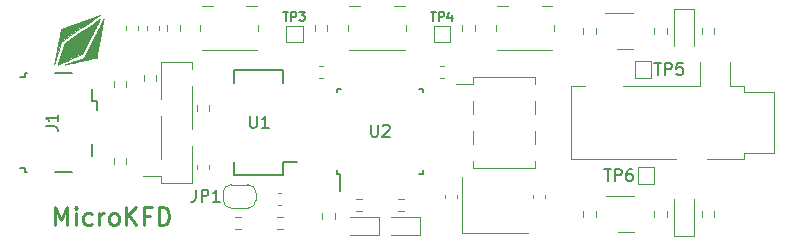
<source format=gbr>
%TF.GenerationSoftware,KiCad,Pcbnew,(6.0.7)*%
%TF.CreationDate,2023-01-18T14:59:31-05:00*%
%TF.ProjectId,microkfd,6d696372-6f6b-4666-942e-6b696361645f,E*%
%TF.SameCoordinates,Original*%
%TF.FileFunction,Legend,Top*%
%TF.FilePolarity,Positive*%
%FSLAX46Y46*%
G04 Gerber Fmt 4.6, Leading zero omitted, Abs format (unit mm)*
G04 Created by KiCad (PCBNEW (6.0.7)) date 2023-01-18 14:59:31*
%MOMM*%
%LPD*%
G01*
G04 APERTURE LIST*
%ADD10C,0.250000*%
%ADD11C,0.150000*%
%ADD12C,0.120000*%
%ADD13C,0.010000*%
G04 APERTURE END LIST*
D10*
X97769642Y-108678571D02*
X97769642Y-107178571D01*
X98269642Y-108250000D01*
X98769642Y-107178571D01*
X98769642Y-108678571D01*
X99483928Y-108678571D02*
X99483928Y-107678571D01*
X99483928Y-107178571D02*
X99412500Y-107250000D01*
X99483928Y-107321428D01*
X99555357Y-107250000D01*
X99483928Y-107178571D01*
X99483928Y-107321428D01*
X100841071Y-108607142D02*
X100698214Y-108678571D01*
X100412500Y-108678571D01*
X100269642Y-108607142D01*
X100198214Y-108535714D01*
X100126785Y-108392857D01*
X100126785Y-107964285D01*
X100198214Y-107821428D01*
X100269642Y-107750000D01*
X100412500Y-107678571D01*
X100698214Y-107678571D01*
X100841071Y-107750000D01*
X101483928Y-108678571D02*
X101483928Y-107678571D01*
X101483928Y-107964285D02*
X101555357Y-107821428D01*
X101626785Y-107750000D01*
X101769642Y-107678571D01*
X101912500Y-107678571D01*
X102626785Y-108678571D02*
X102483928Y-108607142D01*
X102412500Y-108535714D01*
X102341071Y-108392857D01*
X102341071Y-107964285D01*
X102412500Y-107821428D01*
X102483928Y-107750000D01*
X102626785Y-107678571D01*
X102841071Y-107678571D01*
X102983928Y-107750000D01*
X103055357Y-107821428D01*
X103126785Y-107964285D01*
X103126785Y-108392857D01*
X103055357Y-108535714D01*
X102983928Y-108607142D01*
X102841071Y-108678571D01*
X102626785Y-108678571D01*
X103769642Y-108678571D02*
X103769642Y-107178571D01*
X104626785Y-108678571D02*
X103983928Y-107821428D01*
X104626785Y-107178571D02*
X103769642Y-108035714D01*
X105769642Y-107892857D02*
X105269642Y-107892857D01*
X105269642Y-108678571D02*
X105269642Y-107178571D01*
X105983928Y-107178571D01*
X106555357Y-108678571D02*
X106555357Y-107178571D01*
X106912500Y-107178571D01*
X107126785Y-107250000D01*
X107269642Y-107392857D01*
X107341071Y-107535714D01*
X107412500Y-107821428D01*
X107412500Y-108035714D01*
X107341071Y-108321428D01*
X107269642Y-108464285D01*
X107126785Y-108607142D01*
X106912500Y-108678571D01*
X106555357Y-108678571D01*
D11*
%TO.C,U1*%
X114238095Y-99452380D02*
X114238095Y-100261904D01*
X114285714Y-100357142D01*
X114333333Y-100404761D01*
X114428571Y-100452380D01*
X114619047Y-100452380D01*
X114714285Y-100404761D01*
X114761904Y-100357142D01*
X114809523Y-100261904D01*
X114809523Y-99452380D01*
X115809523Y-100452380D02*
X115238095Y-100452380D01*
X115523809Y-100452380D02*
X115523809Y-99452380D01*
X115428571Y-99595238D01*
X115333333Y-99690476D01*
X115238095Y-99738095D01*
%TO.C,TP5*%
X148488095Y-94952380D02*
X149059523Y-94952380D01*
X148773809Y-95952380D02*
X148773809Y-94952380D01*
X149392857Y-95952380D02*
X149392857Y-94952380D01*
X149773809Y-94952380D01*
X149869047Y-95000000D01*
X149916666Y-95047619D01*
X149964285Y-95142857D01*
X149964285Y-95285714D01*
X149916666Y-95380952D01*
X149869047Y-95428571D01*
X149773809Y-95476190D01*
X149392857Y-95476190D01*
X150869047Y-94952380D02*
X150392857Y-94952380D01*
X150345238Y-95428571D01*
X150392857Y-95380952D01*
X150488095Y-95333333D01*
X150726190Y-95333333D01*
X150821428Y-95380952D01*
X150869047Y-95428571D01*
X150916666Y-95523809D01*
X150916666Y-95761904D01*
X150869047Y-95857142D01*
X150821428Y-95904761D01*
X150726190Y-95952380D01*
X150488095Y-95952380D01*
X150392857Y-95904761D01*
X150345238Y-95857142D01*
%TO.C,TP6*%
X144238095Y-103952380D02*
X144809523Y-103952380D01*
X144523809Y-104952380D02*
X144523809Y-103952380D01*
X145142857Y-104952380D02*
X145142857Y-103952380D01*
X145523809Y-103952380D01*
X145619047Y-104000000D01*
X145666666Y-104047619D01*
X145714285Y-104142857D01*
X145714285Y-104285714D01*
X145666666Y-104380952D01*
X145619047Y-104428571D01*
X145523809Y-104476190D01*
X145142857Y-104476190D01*
X146571428Y-103952380D02*
X146380952Y-103952380D01*
X146285714Y-104000000D01*
X146238095Y-104047619D01*
X146142857Y-104190476D01*
X146095238Y-104380952D01*
X146095238Y-104761904D01*
X146142857Y-104857142D01*
X146190476Y-104904761D01*
X146285714Y-104952380D01*
X146476190Y-104952380D01*
X146571428Y-104904761D01*
X146619047Y-104857142D01*
X146666666Y-104761904D01*
X146666666Y-104523809D01*
X146619047Y-104428571D01*
X146571428Y-104380952D01*
X146476190Y-104333333D01*
X146285714Y-104333333D01*
X146190476Y-104380952D01*
X146142857Y-104428571D01*
X146095238Y-104523809D01*
%TO.C,TP4*%
X129553571Y-90641285D02*
X129982142Y-90641285D01*
X129767857Y-91391285D02*
X129767857Y-90641285D01*
X130232142Y-91391285D02*
X130232142Y-90641285D01*
X130517857Y-90641285D01*
X130589285Y-90677000D01*
X130625000Y-90712714D01*
X130660714Y-90784142D01*
X130660714Y-90891285D01*
X130625000Y-90962714D01*
X130589285Y-90998428D01*
X130517857Y-91034142D01*
X130232142Y-91034142D01*
X131303571Y-90891285D02*
X131303571Y-91391285D01*
X131125000Y-90605571D02*
X130946428Y-91141285D01*
X131410714Y-91141285D01*
%TO.C,U2*%
X124488095Y-100202380D02*
X124488095Y-101011904D01*
X124535714Y-101107142D01*
X124583333Y-101154761D01*
X124678571Y-101202380D01*
X124869047Y-101202380D01*
X124964285Y-101154761D01*
X125011904Y-101107142D01*
X125059523Y-101011904D01*
X125059523Y-100202380D01*
X125488095Y-100297619D02*
X125535714Y-100250000D01*
X125630952Y-100202380D01*
X125869047Y-100202380D01*
X125964285Y-100250000D01*
X126011904Y-100297619D01*
X126059523Y-100392857D01*
X126059523Y-100488095D01*
X126011904Y-100630952D01*
X125440476Y-101202380D01*
X126059523Y-101202380D01*
%TO.C,J1*%
X96952380Y-100333333D02*
X97666666Y-100333333D01*
X97809523Y-100380952D01*
X97904761Y-100476190D01*
X97952380Y-100619047D01*
X97952380Y-100714285D01*
X97952380Y-99333333D02*
X97952380Y-99904761D01*
X97952380Y-99619047D02*
X96952380Y-99619047D01*
X97095238Y-99714285D01*
X97190476Y-99809523D01*
X97238095Y-99904761D01*
%TO.C,TP3*%
X117053571Y-90641285D02*
X117482142Y-90641285D01*
X117267857Y-91391285D02*
X117267857Y-90641285D01*
X117732142Y-91391285D02*
X117732142Y-90641285D01*
X118017857Y-90641285D01*
X118089285Y-90677000D01*
X118125000Y-90712714D01*
X118160714Y-90784142D01*
X118160714Y-90891285D01*
X118125000Y-90962714D01*
X118089285Y-90998428D01*
X118017857Y-91034142D01*
X117732142Y-91034142D01*
X118410714Y-90641285D02*
X118875000Y-90641285D01*
X118625000Y-90927000D01*
X118732142Y-90927000D01*
X118803571Y-90962714D01*
X118839285Y-90998428D01*
X118875000Y-91069857D01*
X118875000Y-91248428D01*
X118839285Y-91319857D01*
X118803571Y-91355571D01*
X118732142Y-91391285D01*
X118517857Y-91391285D01*
X118446428Y-91355571D01*
X118410714Y-91319857D01*
%TO.C,JP1*%
X109666666Y-105702380D02*
X109666666Y-106416666D01*
X109619047Y-106559523D01*
X109523809Y-106654761D01*
X109380952Y-106702380D01*
X109285714Y-106702380D01*
X110142857Y-106702380D02*
X110142857Y-105702380D01*
X110523809Y-105702380D01*
X110619047Y-105750000D01*
X110666666Y-105797619D01*
X110714285Y-105892857D01*
X110714285Y-106035714D01*
X110666666Y-106130952D01*
X110619047Y-106178571D01*
X110523809Y-106226190D01*
X110142857Y-106226190D01*
X111666666Y-106702380D02*
X111095238Y-106702380D01*
X111380952Y-106702380D02*
X111380952Y-105702380D01*
X111285714Y-105845238D01*
X111190476Y-105940476D01*
X111095238Y-105988095D01*
D12*
%TO.C,D2*%
X126200000Y-109485000D02*
X128660000Y-109485000D01*
X128660000Y-109485000D02*
X128660000Y-108015000D01*
X128660000Y-108015000D02*
X126200000Y-108015000D01*
%TO.C,Q2*%
X146062500Y-109310000D02*
X146712500Y-109310000D01*
X146062500Y-106190000D02*
X144387500Y-106190000D01*
X146062500Y-106190000D02*
X146712500Y-106190000D01*
X146062500Y-109310000D02*
X145412500Y-109310000D01*
%TO.C,C10*%
X138240000Y-106396267D02*
X138240000Y-106103733D01*
X139260000Y-106396267D02*
X139260000Y-106103733D01*
D11*
%TO.C,U1*%
X117075000Y-104475000D02*
X112925000Y-104475000D01*
X117075000Y-103365000D02*
X117075000Y-104475000D01*
X112925000Y-104475000D02*
X112925000Y-103365000D01*
X117075000Y-103365000D02*
X118200000Y-103365000D01*
X117075000Y-95525000D02*
X117075000Y-96635000D01*
X112925000Y-95525000D02*
X112925000Y-96635000D01*
X117075000Y-95525000D02*
X112925000Y-95525000D01*
D12*
%TO.C,R5*%
X105227500Y-96504724D02*
X105227500Y-95995276D01*
X106272500Y-96504724D02*
X106272500Y-95995276D01*
%TO.C,R7*%
X116495276Y-109022500D02*
X117004724Y-109022500D01*
X116495276Y-107977500D02*
X117004724Y-107977500D01*
%TO.C,R16*%
X120772500Y-91745276D02*
X120772500Y-92254724D01*
X119727500Y-91745276D02*
X119727500Y-92254724D01*
%TO.C,C7*%
X120103733Y-96260000D02*
X120396267Y-96260000D01*
X120103733Y-95240000D02*
X120396267Y-95240000D01*
%TO.C,TP5*%
X148200000Y-94800000D02*
X148200000Y-96200000D01*
X146800000Y-96200000D02*
X146800000Y-94800000D01*
X148200000Y-96200000D02*
X146800000Y-96200000D01*
X146800000Y-94800000D02*
X148200000Y-94800000D01*
%TO.C,R4*%
X109727500Y-98495276D02*
X109727500Y-99004724D01*
X110772500Y-98495276D02*
X110772500Y-99004724D01*
%TO.C,R13*%
X143522500Y-107495276D02*
X143522500Y-108004724D01*
X142477500Y-107495276D02*
X142477500Y-108004724D01*
%TO.C,TP6*%
X148450000Y-105200000D02*
X147050000Y-105200000D01*
X147050000Y-105200000D02*
X147050000Y-103800000D01*
X148450000Y-103800000D02*
X148450000Y-105200000D01*
X147050000Y-103800000D02*
X148450000Y-103800000D01*
%TO.C,R9*%
X126745276Y-106477500D02*
X127254724Y-106477500D01*
X126745276Y-107522500D02*
X127254724Y-107522500D01*
%TO.C,C5*%
X109740000Y-103603733D02*
X109740000Y-103896267D01*
X110760000Y-103603733D02*
X110760000Y-103896267D01*
%TO.C,R2*%
X102727500Y-102995276D02*
X102727500Y-103504724D01*
X103772500Y-102995276D02*
X103772500Y-103504724D01*
%TO.C,TP4*%
X129800000Y-91800000D02*
X131200000Y-91800000D01*
X131200000Y-91800000D02*
X131200000Y-93200000D01*
X129800000Y-93200000D02*
X129800000Y-91800000D01*
X131200000Y-93200000D02*
X129800000Y-93200000D01*
%TO.C,J3*%
X109330000Y-94860000D02*
X106670000Y-94860000D01*
X109330000Y-100510000D02*
X109330000Y-96950000D01*
X109330000Y-95430000D02*
X109330000Y-94860000D01*
X106670000Y-105140000D02*
X106670000Y-104570000D01*
X109330000Y-105140000D02*
X106670000Y-105140000D01*
X106670000Y-103050000D02*
X106670000Y-99490000D01*
X106670000Y-97970000D02*
X106670000Y-94860000D01*
X109330000Y-105140000D02*
X109330000Y-102030000D01*
X106670000Y-104570000D02*
X105150000Y-104570000D01*
%TO.C,Y1*%
X132200000Y-109350000D02*
X137800000Y-109350000D01*
X132200000Y-104650000D02*
X132200000Y-109350000D01*
%TO.C,J4*%
X154900000Y-96900000D02*
X154900000Y-94900000D01*
X141400000Y-103100000D02*
X141400000Y-96900000D01*
X156100000Y-97400000D02*
X158600000Y-97400000D01*
X156100000Y-102600000D02*
X156100000Y-103100000D01*
X150300000Y-103100000D02*
X141400000Y-103100000D01*
X141400000Y-96900000D02*
X142600000Y-96900000D01*
X152300000Y-96900000D02*
X152300000Y-94900000D01*
X154900000Y-96900000D02*
X156100000Y-96900000D01*
X156100000Y-103100000D02*
X152900000Y-103100000D01*
X158600000Y-102600000D02*
X156100000Y-102600000D01*
X156100000Y-96900000D02*
X156100000Y-97400000D01*
X158600000Y-97400000D02*
X158600000Y-102600000D01*
X145800000Y-96900000D02*
X152300000Y-96900000D01*
%TO.C,D1*%
X125160000Y-109485000D02*
X125160000Y-108015000D01*
X122700000Y-109485000D02*
X125160000Y-109485000D01*
X125160000Y-108015000D02*
X122700000Y-108015000D01*
%TO.C,C8*%
X130646267Y-95240000D02*
X130353733Y-95240000D01*
X130646267Y-96260000D02*
X130353733Y-96260000D01*
D11*
%TO.C,U2*%
X128875000Y-104375000D02*
X128875000Y-104050000D01*
X121625000Y-104375000D02*
X121850000Y-104375000D01*
X128875000Y-104375000D02*
X128550000Y-104375000D01*
X121850000Y-104375000D02*
X121850000Y-105800000D01*
X128875000Y-97125000D02*
X128875000Y-97450000D01*
X128875000Y-97125000D02*
X128550000Y-97125000D01*
X121625000Y-97125000D02*
X121950000Y-97125000D01*
X121625000Y-104375000D02*
X121625000Y-104050000D01*
X121625000Y-97125000D02*
X121625000Y-97450000D01*
D12*
%TO.C,C2*%
X105490000Y-92146267D02*
X105490000Y-91853733D01*
X106510000Y-92146267D02*
X106510000Y-91853733D01*
D11*
%TO.C,J1*%
X100900000Y-101800000D02*
X100900000Y-102800000D01*
X94750000Y-103850000D02*
X95200000Y-103850000D01*
X95200000Y-104150000D02*
X95350000Y-104150000D01*
X99150000Y-95850000D02*
X97750000Y-95850000D01*
X95350000Y-95850000D02*
X95200000Y-95850000D01*
X97750000Y-104150000D02*
X99150000Y-104150000D01*
X101325000Y-98200000D02*
X100900000Y-98200000D01*
X100900000Y-98200000D02*
X100900000Y-97200000D01*
X95200000Y-103850000D02*
X95200000Y-104150000D01*
X101325000Y-98925000D02*
X101325000Y-98200000D01*
X95200000Y-96150000D02*
X94750000Y-96150000D01*
X95200000Y-95850000D02*
X95200000Y-96150000D01*
D12*
%TO.C,R14*%
X149522500Y-91995276D02*
X149522500Y-92504724D01*
X148477500Y-91995276D02*
X148477500Y-92504724D01*
%TO.C,TP3*%
X117300000Y-93200000D02*
X117300000Y-91800000D01*
X118700000Y-91800000D02*
X118700000Y-93200000D01*
X117300000Y-91800000D02*
X118700000Y-91800000D01*
X118700000Y-93200000D02*
X117300000Y-93200000D01*
%TO.C,JP1*%
X112650000Y-105250000D02*
X114050000Y-105250000D01*
X114050000Y-107250000D02*
X112650000Y-107250000D01*
X114750000Y-105950000D02*
X114750000Y-106550000D01*
X111950000Y-106550000D02*
X111950000Y-105950000D01*
X114750000Y-105950000D02*
G75*
G03*
X114050000Y-105250000I-700000J0D01*
G01*
X112650000Y-105250000D02*
G75*
G03*
X111950000Y-105950000I-1J-699999D01*
G01*
X114050000Y-107250000D02*
G75*
G03*
X114750000Y-106550000I0J700000D01*
G01*
X111950000Y-106550000D02*
G75*
G03*
X112650000Y-107250000I699999J-1D01*
G01*
%TO.C,SW1*%
X136075000Y-90150000D02*
X135150000Y-90150000D01*
X139850000Y-90150000D02*
X138925000Y-90150000D01*
X139950000Y-92275000D02*
X139950000Y-91725000D01*
X139850000Y-93850000D02*
X135150000Y-93850000D01*
X135050000Y-92275000D02*
X135050000Y-91725000D01*
%TO.C,C4*%
X103740000Y-92146267D02*
X103740000Y-91853733D01*
X104760000Y-92146267D02*
X104760000Y-91853733D01*
%TO.C,R8*%
X123245276Y-107522500D02*
X123754724Y-107522500D01*
X123245276Y-106477500D02*
X123754724Y-106477500D01*
%TO.C,G\u002A\u002A\u002A*%
G36*
X101541273Y-91214170D02*
G01*
X101530945Y-91235672D01*
X101513950Y-91270462D01*
X101490629Y-91317853D01*
X101461327Y-91377154D01*
X101426385Y-91447676D01*
X101386148Y-91528730D01*
X101340957Y-91619627D01*
X101291157Y-91719677D01*
X101237090Y-91828191D01*
X101179099Y-91944480D01*
X101117527Y-92067854D01*
X101052718Y-92197624D01*
X100985014Y-92333101D01*
X100914758Y-92473595D01*
X100842293Y-92618416D01*
X100798547Y-92705803D01*
X100049451Y-94201906D01*
X99003424Y-94650823D01*
X98879093Y-94704177D01*
X98758945Y-94755727D01*
X98643837Y-94805107D01*
X98534628Y-94851947D01*
X98432179Y-94895880D01*
X98337347Y-94936536D01*
X98250992Y-94973549D01*
X98173974Y-95006550D01*
X98107150Y-95035171D01*
X98051381Y-95059043D01*
X98007525Y-95077798D01*
X97976441Y-95091069D01*
X97958989Y-95098486D01*
X97955346Y-95099999D01*
X97953295Y-95094223D01*
X97953294Y-95094077D01*
X97955837Y-95085638D01*
X97963246Y-95062616D01*
X97975199Y-95025990D01*
X97991371Y-94976742D01*
X98011437Y-94915853D01*
X98035073Y-94844304D01*
X98061954Y-94763076D01*
X98091755Y-94673150D01*
X98124153Y-94575507D01*
X98158823Y-94471128D01*
X98195439Y-94360994D01*
X98233679Y-94246085D01*
X98251132Y-94193673D01*
X98548970Y-93299451D01*
X100045253Y-92251522D01*
X100186078Y-92152918D01*
X100323339Y-92056853D01*
X100456433Y-91963751D01*
X100584754Y-91874031D01*
X100707699Y-91788114D01*
X100824663Y-91706423D01*
X100935043Y-91629377D01*
X101038233Y-91557398D01*
X101133629Y-91490907D01*
X101220629Y-91430326D01*
X101298626Y-91376074D01*
X101367017Y-91328574D01*
X101425198Y-91288247D01*
X101472564Y-91255512D01*
X101508511Y-91230793D01*
X101532436Y-91214509D01*
X101543733Y-91207081D01*
X101544589Y-91206648D01*
X101541273Y-91214170D01*
G37*
D13*
X101541273Y-91214170D02*
X101530945Y-91235672D01*
X101513950Y-91270462D01*
X101490629Y-91317853D01*
X101461327Y-91377154D01*
X101426385Y-91447676D01*
X101386148Y-91528730D01*
X101340957Y-91619627D01*
X101291157Y-91719677D01*
X101237090Y-91828191D01*
X101179099Y-91944480D01*
X101117527Y-92067854D01*
X101052718Y-92197624D01*
X100985014Y-92333101D01*
X100914758Y-92473595D01*
X100842293Y-92618416D01*
X100798547Y-92705803D01*
X100049451Y-94201906D01*
X99003424Y-94650823D01*
X98879093Y-94704177D01*
X98758945Y-94755727D01*
X98643837Y-94805107D01*
X98534628Y-94851947D01*
X98432179Y-94895880D01*
X98337347Y-94936536D01*
X98250992Y-94973549D01*
X98173974Y-95006550D01*
X98107150Y-95035171D01*
X98051381Y-95059043D01*
X98007525Y-95077798D01*
X97976441Y-95091069D01*
X97958989Y-95098486D01*
X97955346Y-95099999D01*
X97953295Y-95094223D01*
X97953294Y-95094077D01*
X97955837Y-95085638D01*
X97963246Y-95062616D01*
X97975199Y-95025990D01*
X97991371Y-94976742D01*
X98011437Y-94915853D01*
X98035073Y-94844304D01*
X98061954Y-94763076D01*
X98091755Y-94673150D01*
X98124153Y-94575507D01*
X98158823Y-94471128D01*
X98195439Y-94360994D01*
X98233679Y-94246085D01*
X98251132Y-94193673D01*
X98548970Y-93299451D01*
X100045253Y-92251522D01*
X100186078Y-92152918D01*
X100323339Y-92056853D01*
X100456433Y-91963751D01*
X100584754Y-91874031D01*
X100707699Y-91788114D01*
X100824663Y-91706423D01*
X100935043Y-91629377D01*
X101038233Y-91557398D01*
X101133629Y-91490907D01*
X101220629Y-91430326D01*
X101298626Y-91376074D01*
X101367017Y-91328574D01*
X101425198Y-91288247D01*
X101472564Y-91255512D01*
X101508511Y-91230793D01*
X101532436Y-91214509D01*
X101543733Y-91207081D01*
X101544589Y-91206648D01*
X101541273Y-91214170D01*
G36*
X101538764Y-90908484D02*
G01*
X101537361Y-90909953D01*
X101529450Y-90915448D01*
X101508570Y-90929781D01*
X101475313Y-90952548D01*
X101430269Y-90983347D01*
X101374028Y-91021775D01*
X101307181Y-91067428D01*
X101230318Y-91119904D01*
X101144031Y-91178800D01*
X101048909Y-91243713D01*
X100945544Y-91314239D01*
X100834525Y-91389976D01*
X100716444Y-91470521D01*
X100591890Y-91555471D01*
X100461455Y-91644422D01*
X100325730Y-91736972D01*
X100185304Y-91832719D01*
X100040768Y-91931258D01*
X99892713Y-92032187D01*
X99887232Y-92035923D01*
X98250549Y-93151595D01*
X97954705Y-94111569D01*
X97917351Y-94232701D01*
X97881353Y-94349281D01*
X97847004Y-94460372D01*
X97814595Y-94565035D01*
X97784420Y-94662333D01*
X97756769Y-94751328D01*
X97731935Y-94831081D01*
X97710210Y-94900654D01*
X97691885Y-94959110D01*
X97677254Y-95005510D01*
X97666607Y-95038917D01*
X97660238Y-95058392D01*
X97658403Y-95063275D01*
X97659925Y-95054320D01*
X97664482Y-95030288D01*
X97671879Y-94992149D01*
X97681924Y-94940873D01*
X97694421Y-94877430D01*
X97709176Y-94802791D01*
X97725995Y-94717925D01*
X97744684Y-94623803D01*
X97765048Y-94521395D01*
X97786894Y-94411671D01*
X97810027Y-94295602D01*
X97834253Y-94174157D01*
X97859378Y-94048307D01*
X97885207Y-93919021D01*
X97911547Y-93787271D01*
X97938202Y-93654025D01*
X97964980Y-93520256D01*
X97991685Y-93386931D01*
X98018124Y-93255022D01*
X98044101Y-93125500D01*
X98069424Y-92999333D01*
X98093898Y-92877492D01*
X98117328Y-92760948D01*
X98139521Y-92650670D01*
X98160282Y-92547629D01*
X98179417Y-92452795D01*
X98196732Y-92367138D01*
X98212032Y-92291629D01*
X98225123Y-92227236D01*
X98235812Y-92174931D01*
X98243904Y-92135684D01*
X98249204Y-92110465D01*
X98251519Y-92100244D01*
X98251589Y-92100068D01*
X98259405Y-92097068D01*
X98281773Y-92088779D01*
X98317824Y-92075518D01*
X98366687Y-92057602D01*
X98427494Y-92035346D01*
X98499375Y-92009067D01*
X98581462Y-91979083D01*
X98672883Y-91945708D01*
X98772771Y-91909261D01*
X98880256Y-91870057D01*
X98994468Y-91828414D01*
X99114538Y-91784646D01*
X99239597Y-91739072D01*
X99368775Y-91692007D01*
X99501203Y-91643768D01*
X99636012Y-91594671D01*
X99772331Y-91545034D01*
X99909293Y-91495172D01*
X100046027Y-91445402D01*
X100181663Y-91396041D01*
X100315334Y-91347405D01*
X100446168Y-91299811D01*
X100573298Y-91253574D01*
X100695853Y-91209013D01*
X100812964Y-91166442D01*
X100923762Y-91126179D01*
X101027377Y-91088541D01*
X101122941Y-91053843D01*
X101209582Y-91022402D01*
X101286433Y-90994535D01*
X101352624Y-90970558D01*
X101407286Y-90950788D01*
X101449548Y-90935542D01*
X101478542Y-90925135D01*
X101489276Y-90921322D01*
X101515771Y-90912604D01*
X101533150Y-90908116D01*
X101538764Y-90908484D01*
G37*
X101538764Y-90908484D02*
X101537361Y-90909953D01*
X101529450Y-90915448D01*
X101508570Y-90929781D01*
X101475313Y-90952548D01*
X101430269Y-90983347D01*
X101374028Y-91021775D01*
X101307181Y-91067428D01*
X101230318Y-91119904D01*
X101144031Y-91178800D01*
X101048909Y-91243713D01*
X100945544Y-91314239D01*
X100834525Y-91389976D01*
X100716444Y-91470521D01*
X100591890Y-91555471D01*
X100461455Y-91644422D01*
X100325730Y-91736972D01*
X100185304Y-91832719D01*
X100040768Y-91931258D01*
X99892713Y-92032187D01*
X99887232Y-92035923D01*
X98250549Y-93151595D01*
X97954705Y-94111569D01*
X97917351Y-94232701D01*
X97881353Y-94349281D01*
X97847004Y-94460372D01*
X97814595Y-94565035D01*
X97784420Y-94662333D01*
X97756769Y-94751328D01*
X97731935Y-94831081D01*
X97710210Y-94900654D01*
X97691885Y-94959110D01*
X97677254Y-95005510D01*
X97666607Y-95038917D01*
X97660238Y-95058392D01*
X97658403Y-95063275D01*
X97659925Y-95054320D01*
X97664482Y-95030288D01*
X97671879Y-94992149D01*
X97681924Y-94940873D01*
X97694421Y-94877430D01*
X97709176Y-94802791D01*
X97725995Y-94717925D01*
X97744684Y-94623803D01*
X97765048Y-94521395D01*
X97786894Y-94411671D01*
X97810027Y-94295602D01*
X97834253Y-94174157D01*
X97859378Y-94048307D01*
X97885207Y-93919021D01*
X97911547Y-93787271D01*
X97938202Y-93654025D01*
X97964980Y-93520256D01*
X97991685Y-93386931D01*
X98018124Y-93255022D01*
X98044101Y-93125500D01*
X98069424Y-92999333D01*
X98093898Y-92877492D01*
X98117328Y-92760948D01*
X98139521Y-92650670D01*
X98160282Y-92547629D01*
X98179417Y-92452795D01*
X98196732Y-92367138D01*
X98212032Y-92291629D01*
X98225123Y-92227236D01*
X98235812Y-92174931D01*
X98243904Y-92135684D01*
X98249204Y-92110465D01*
X98251519Y-92100244D01*
X98251589Y-92100068D01*
X98259405Y-92097068D01*
X98281773Y-92088779D01*
X98317824Y-92075518D01*
X98366687Y-92057602D01*
X98427494Y-92035346D01*
X98499375Y-92009067D01*
X98581462Y-91979083D01*
X98672883Y-91945708D01*
X98772771Y-91909261D01*
X98880256Y-91870057D01*
X98994468Y-91828414D01*
X99114538Y-91784646D01*
X99239597Y-91739072D01*
X99368775Y-91692007D01*
X99501203Y-91643768D01*
X99636012Y-91594671D01*
X99772331Y-91545034D01*
X99909293Y-91495172D01*
X100046027Y-91445402D01*
X100181663Y-91396041D01*
X100315334Y-91347405D01*
X100446168Y-91299811D01*
X100573298Y-91253574D01*
X100695853Y-91209013D01*
X100812964Y-91166442D01*
X100923762Y-91126179D01*
X101027377Y-91088541D01*
X101122941Y-91053843D01*
X101209582Y-91022402D01*
X101286433Y-90994535D01*
X101352624Y-90970558D01*
X101407286Y-90950788D01*
X101449548Y-90935542D01*
X101478542Y-90925135D01*
X101489276Y-90921322D01*
X101515771Y-90912604D01*
X101533150Y-90908116D01*
X101538764Y-90908484D01*
G36*
X101846703Y-91214575D02*
G01*
X101842746Y-91237989D01*
X101836167Y-91275695D01*
X101827136Y-91326767D01*
X101815820Y-91390284D01*
X101802387Y-91465319D01*
X101787006Y-91550950D01*
X101769846Y-91646253D01*
X101751073Y-91750302D01*
X101730858Y-91862175D01*
X101709366Y-91980947D01*
X101686768Y-92105695D01*
X101663231Y-92235494D01*
X101638924Y-92369419D01*
X101614014Y-92506548D01*
X101588670Y-92645957D01*
X101563061Y-92786720D01*
X101537353Y-92927914D01*
X101511716Y-93068616D01*
X101486319Y-93207900D01*
X101461328Y-93344844D01*
X101436912Y-93478522D01*
X101413240Y-93608012D01*
X101390480Y-93732388D01*
X101368800Y-93850728D01*
X101348368Y-93962106D01*
X101329353Y-94065599D01*
X101311922Y-94160283D01*
X101296244Y-94245234D01*
X101282487Y-94319527D01*
X101270820Y-94382240D01*
X101261411Y-94432447D01*
X101254427Y-94469225D01*
X101250037Y-94491649D01*
X101248432Y-94498811D01*
X101240109Y-94501007D01*
X101216602Y-94506565D01*
X101178748Y-94515297D01*
X101127384Y-94527015D01*
X101063345Y-94541530D01*
X100987469Y-94558657D01*
X100900591Y-94578206D01*
X100803548Y-94599990D01*
X100697177Y-94623821D01*
X100582313Y-94649512D01*
X100459793Y-94676874D01*
X100330455Y-94705720D01*
X100195133Y-94735863D01*
X100054664Y-94767114D01*
X99916721Y-94797767D01*
X99771912Y-94829928D01*
X99631321Y-94861154D01*
X99495794Y-94891256D01*
X99366177Y-94920047D01*
X99243318Y-94947337D01*
X99128062Y-94972940D01*
X99021257Y-94996666D01*
X98923749Y-95018329D01*
X98836385Y-95037739D01*
X98760011Y-95054709D01*
X98695474Y-95069051D01*
X98643620Y-95080576D01*
X98605296Y-95089097D01*
X98581349Y-95094425D01*
X98572707Y-95096354D01*
X98567961Y-95096140D01*
X98576818Y-95090919D01*
X98580911Y-95089021D01*
X98591899Y-95084737D01*
X98617254Y-95075247D01*
X98655918Y-95060939D01*
X98706832Y-95042199D01*
X98768937Y-95019415D01*
X98841175Y-94992975D01*
X98922487Y-94963264D01*
X99011814Y-94930672D01*
X99108099Y-94895583D01*
X99210282Y-94858387D01*
X99317305Y-94819470D01*
X99401778Y-94788780D01*
X100198033Y-94499607D01*
X101021856Y-92851896D01*
X101099064Y-92697502D01*
X101174333Y-92547043D01*
X101247333Y-92401175D01*
X101317737Y-92260550D01*
X101385215Y-92125825D01*
X101449440Y-91997653D01*
X101510082Y-91876690D01*
X101566813Y-91763589D01*
X101619304Y-91659006D01*
X101667227Y-91563595D01*
X101710252Y-91478011D01*
X101748053Y-91402908D01*
X101780299Y-91338942D01*
X101806662Y-91286766D01*
X101826813Y-91247035D01*
X101840425Y-91220404D01*
X101847168Y-91207528D01*
X101847871Y-91206377D01*
X101846703Y-91214575D01*
G37*
X101846703Y-91214575D02*
X101842746Y-91237989D01*
X101836167Y-91275695D01*
X101827136Y-91326767D01*
X101815820Y-91390284D01*
X101802387Y-91465319D01*
X101787006Y-91550950D01*
X101769846Y-91646253D01*
X101751073Y-91750302D01*
X101730858Y-91862175D01*
X101709366Y-91980947D01*
X101686768Y-92105695D01*
X101663231Y-92235494D01*
X101638924Y-92369419D01*
X101614014Y-92506548D01*
X101588670Y-92645957D01*
X101563061Y-92786720D01*
X101537353Y-92927914D01*
X101511716Y-93068616D01*
X101486319Y-93207900D01*
X101461328Y-93344844D01*
X101436912Y-93478522D01*
X101413240Y-93608012D01*
X101390480Y-93732388D01*
X101368800Y-93850728D01*
X101348368Y-93962106D01*
X101329353Y-94065599D01*
X101311922Y-94160283D01*
X101296244Y-94245234D01*
X101282487Y-94319527D01*
X101270820Y-94382240D01*
X101261411Y-94432447D01*
X101254427Y-94469225D01*
X101250037Y-94491649D01*
X101248432Y-94498811D01*
X101240109Y-94501007D01*
X101216602Y-94506565D01*
X101178748Y-94515297D01*
X101127384Y-94527015D01*
X101063345Y-94541530D01*
X100987469Y-94558657D01*
X100900591Y-94578206D01*
X100803548Y-94599990D01*
X100697177Y-94623821D01*
X100582313Y-94649512D01*
X100459793Y-94676874D01*
X100330455Y-94705720D01*
X100195133Y-94735863D01*
X100054664Y-94767114D01*
X99916721Y-94797767D01*
X99771912Y-94829928D01*
X99631321Y-94861154D01*
X99495794Y-94891256D01*
X99366177Y-94920047D01*
X99243318Y-94947337D01*
X99128062Y-94972940D01*
X99021257Y-94996666D01*
X98923749Y-95018329D01*
X98836385Y-95037739D01*
X98760011Y-95054709D01*
X98695474Y-95069051D01*
X98643620Y-95080576D01*
X98605296Y-95089097D01*
X98581349Y-95094425D01*
X98572707Y-95096354D01*
X98567961Y-95096140D01*
X98576818Y-95090919D01*
X98580911Y-95089021D01*
X98591899Y-95084737D01*
X98617254Y-95075247D01*
X98655918Y-95060939D01*
X98706832Y-95042199D01*
X98768937Y-95019415D01*
X98841175Y-94992975D01*
X98922487Y-94963264D01*
X99011814Y-94930672D01*
X99108099Y-94895583D01*
X99210282Y-94858387D01*
X99317305Y-94819470D01*
X99401778Y-94788780D01*
X100198033Y-94499607D01*
X101021856Y-92851896D01*
X101099064Y-92697502D01*
X101174333Y-92547043D01*
X101247333Y-92401175D01*
X101317737Y-92260550D01*
X101385215Y-92125825D01*
X101449440Y-91997653D01*
X101510082Y-91876690D01*
X101566813Y-91763589D01*
X101619304Y-91659006D01*
X101667227Y-91563595D01*
X101710252Y-91478011D01*
X101748053Y-91402908D01*
X101780299Y-91338942D01*
X101806662Y-91286766D01*
X101826813Y-91247035D01*
X101840425Y-91220404D01*
X101847168Y-91207528D01*
X101847871Y-91206377D01*
X101846703Y-91214575D01*
D12*
%TO.C,R3*%
X121422500Y-107645276D02*
X121422500Y-108154724D01*
X120377500Y-107645276D02*
X120377500Y-108154724D01*
%TO.C,R6*%
X112995276Y-109022500D02*
X113504724Y-109022500D01*
X112995276Y-107977500D02*
X113504724Y-107977500D01*
%TO.C,D3*%
X150150000Y-90350000D02*
X150150000Y-93500000D01*
X151850000Y-90350000D02*
X151850000Y-93500000D01*
X151850000Y-90350000D02*
X150150000Y-90350000D01*
%TO.C,C9*%
X130740000Y-106103733D02*
X130740000Y-106396267D01*
X131760000Y-106103733D02*
X131760000Y-106396267D01*
%TO.C,R10*%
X132227500Y-91745276D02*
X132227500Y-92254724D01*
X133272500Y-91745276D02*
X133272500Y-92254724D01*
%TO.C,SW3*%
X123575000Y-90150000D02*
X122650000Y-90150000D01*
X122550000Y-92275000D02*
X122550000Y-91725000D01*
X127350000Y-93850000D02*
X122650000Y-93850000D01*
X127350000Y-90150000D02*
X126425000Y-90150000D01*
X127450000Y-92275000D02*
X127450000Y-91725000D01*
%TO.C,R15*%
X148477500Y-108004724D02*
X148477500Y-107495276D01*
X149522500Y-108004724D02*
X149522500Y-107495276D01*
%TO.C,R1*%
X103772500Y-97004724D02*
X103772500Y-96495276D01*
X102727500Y-97004724D02*
X102727500Y-96495276D01*
%TO.C,J2*%
X138350000Y-96130000D02*
X138350000Y-96700000D01*
X133150000Y-98220000D02*
X133150000Y-99240000D01*
X133150000Y-96130000D02*
X133150000Y-96700000D01*
X138350000Y-98220000D02*
X138350000Y-99240000D01*
X131710000Y-96700000D02*
X133150000Y-96700000D01*
X133150000Y-100760000D02*
X133150000Y-101780000D01*
X133150000Y-103870000D02*
X138350000Y-103870000D01*
X133150000Y-103300000D02*
X133150000Y-103870000D01*
X138350000Y-103300000D02*
X138350000Y-103870000D01*
X133150000Y-96130000D02*
X138350000Y-96130000D01*
X138350000Y-100760000D02*
X138350000Y-101780000D01*
%TO.C,R11*%
X108272500Y-91745276D02*
X108272500Y-92254724D01*
X107227500Y-91745276D02*
X107227500Y-92254724D01*
%TO.C,R12*%
X143522500Y-91995276D02*
X143522500Y-92504724D01*
X142477500Y-91995276D02*
X142477500Y-92504724D01*
%TO.C,R17*%
X153522500Y-92504724D02*
X153522500Y-91995276D01*
X152477500Y-92504724D02*
X152477500Y-91995276D01*
%TO.C,D4*%
X150150000Y-109650000D02*
X151850000Y-109650000D01*
X151850000Y-109650000D02*
X151850000Y-106500000D01*
X150150000Y-109650000D02*
X150150000Y-106500000D01*
%TO.C,R18*%
X152477500Y-107495276D02*
X152477500Y-108004724D01*
X153522500Y-107495276D02*
X153522500Y-108004724D01*
%TO.C,SW2*%
X114850000Y-90150000D02*
X113925000Y-90150000D01*
X110050000Y-92275000D02*
X110050000Y-91725000D01*
X114850000Y-93850000D02*
X110150000Y-93850000D01*
X114950000Y-92275000D02*
X114950000Y-91725000D01*
X111075000Y-90150000D02*
X110150000Y-90150000D01*
%TO.C,C6*%
X116603733Y-107010000D02*
X116896267Y-107010000D01*
X116603733Y-105990000D02*
X116896267Y-105990000D01*
%TO.C,Q1*%
X146000000Y-90690000D02*
X146650000Y-90690000D01*
X146000000Y-93810000D02*
X146650000Y-93810000D01*
X146000000Y-93810000D02*
X145350000Y-93810000D01*
X146000000Y-90690000D02*
X144325000Y-90690000D01*
%TD*%
M02*

</source>
